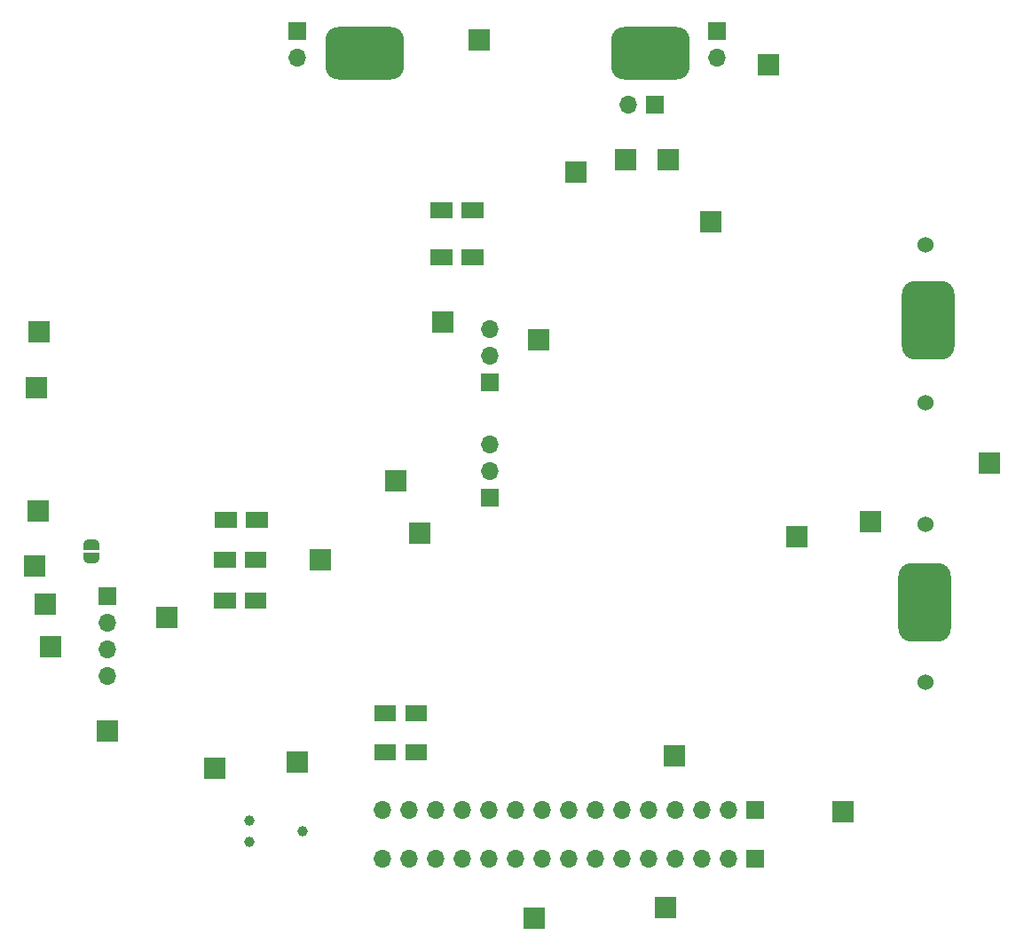
<source format=gbr>
%TF.GenerationSoftware,KiCad,Pcbnew,(6.0.7-1)-1*%
%TF.CreationDate,2022-10-09T23:16:26+02:00*%
%TF.ProjectId,Power_Management_Module,506f7765-725f-44d6-916e-6167656d656e,rev?*%
%TF.SameCoordinates,Original*%
%TF.FileFunction,Soldermask,Bot*%
%TF.FilePolarity,Negative*%
%FSLAX46Y46*%
G04 Gerber Fmt 4.6, Leading zero omitted, Abs format (unit mm)*
G04 Created by KiCad (PCBNEW (6.0.7-1)-1) date 2022-10-09 23:16:26*
%MOMM*%
%LPD*%
G01*
G04 APERTURE LIST*
G04 Aperture macros list*
%AMRoundRect*
0 Rectangle with rounded corners*
0 $1 Rounding radius*
0 $2 $3 $4 $5 $6 $7 $8 $9 X,Y pos of 4 corners*
0 Add a 4 corners polygon primitive as box body*
4,1,4,$2,$3,$4,$5,$6,$7,$8,$9,$2,$3,0*
0 Add four circle primitives for the rounded corners*
1,1,$1+$1,$2,$3*
1,1,$1+$1,$4,$5*
1,1,$1+$1,$6,$7*
1,1,$1+$1,$8,$9*
0 Add four rect primitives between the rounded corners*
20,1,$1+$1,$2,$3,$4,$5,0*
20,1,$1+$1,$4,$5,$6,$7,0*
20,1,$1+$1,$6,$7,$8,$9,0*
20,1,$1+$1,$8,$9,$2,$3,0*%
%AMFreePoly0*
4,1,22,0.500000,-0.750000,0.000000,-0.750000,0.000000,-0.745033,-0.079941,-0.743568,-0.215256,-0.701293,-0.333266,-0.622738,-0.424486,-0.514219,-0.481581,-0.384460,-0.499164,-0.250000,-0.500000,-0.250000,-0.500000,0.250000,-0.499164,0.250000,-0.499963,0.256109,-0.478152,0.396186,-0.417904,0.524511,-0.324060,0.630769,-0.204165,0.706417,-0.067858,0.745374,0.000000,0.744959,0.000000,0.750000,
0.500000,0.750000,0.500000,-0.750000,0.500000,-0.750000,$1*%
%AMFreePoly1*
4,1,20,0.000000,0.744959,0.073905,0.744508,0.209726,0.703889,0.328688,0.626782,0.421226,0.519385,0.479903,0.390333,0.500000,0.250000,0.500000,-0.250000,0.499851,-0.262216,0.476331,-0.402017,0.414519,-0.529596,0.319384,-0.634700,0.198574,-0.708877,0.061801,-0.746166,0.000000,-0.745033,0.000000,-0.750000,-0.500000,-0.750000,-0.500000,0.750000,0.000000,0.750000,0.000000,0.744959,
0.000000,0.744959,$1*%
%AMFreePoly2*
4,1,6,1.000000,0.000000,0.500000,-0.750000,-0.500000,-0.750000,-0.500000,0.750000,0.500000,0.750000,1.000000,0.000000,1.000000,0.000000,$1*%
G04 Aperture macros list end*
%ADD10FreePoly0,270.000000*%
%ADD11FreePoly1,270.000000*%
%ADD12C,0.990600*%
%ADD13R,1.700000X1.700000*%
%ADD14O,1.700000X1.700000*%
%ADD15RoundRect,1.250000X-2.500000X-1.250000X2.500000X-1.250000X2.500000X1.250000X-2.500000X1.250000X0*%
%ADD16RoundRect,1.250000X-1.250000X2.500000X-1.250000X-2.500000X1.250000X-2.500000X1.250000X2.500000X0*%
%ADD17C,1.524000*%
%ADD18R,2.000000X2.000000*%
%ADD19R,1.500000X1.500000*%
%ADD20FreePoly2,0.000000*%
%ADD21FreePoly2,180.000000*%
G04 APERTURE END LIST*
D10*
%TO.C,JP8*%
X108550000Y-100500000D03*
D11*
X108550000Y-101800000D03*
%TD*%
D12*
%TO.C,J3*%
X123610000Y-128866000D03*
X123610000Y-126834000D03*
X128690000Y-127850000D03*
%TD*%
D13*
%TO.C,J8*%
X171857500Y-125817500D03*
D14*
X169317500Y-125817500D03*
X166777500Y-125817500D03*
X164237500Y-125817500D03*
X161697500Y-125817500D03*
X159157500Y-125817500D03*
X156617500Y-125817500D03*
X154077500Y-125817500D03*
X151537500Y-125817500D03*
X148997500Y-125817500D03*
X146457500Y-125817500D03*
X143917500Y-125817500D03*
X141377500Y-125817500D03*
X138837500Y-125817500D03*
X136297500Y-125817500D03*
%TD*%
D13*
%TO.C,J10*%
X146550000Y-96050000D03*
D14*
X146550000Y-93510000D03*
X146550000Y-90970000D03*
%TD*%
D13*
%TO.C,J37*%
X162300000Y-58550000D03*
D14*
X159760000Y-58550000D03*
%TD*%
D13*
%TO.C,J12*%
X128190000Y-51505000D03*
D14*
X128190000Y-54045000D03*
%TD*%
D15*
%TO.C,J1*%
X134590000Y-53655000D03*
%TD*%
%TO.C,J5*%
X161895000Y-53655000D03*
%TD*%
D16*
%TO.C,J2*%
X188350000Y-79100000D03*
%TD*%
D17*
%TO.C,C15*%
X188115000Y-113620000D03*
X188115000Y-98620000D03*
%TD*%
D13*
%TO.C,J11*%
X146550000Y-85050000D03*
D14*
X146550000Y-82510000D03*
X146550000Y-79970000D03*
%TD*%
D13*
%TO.C,J9*%
X168195000Y-51510000D03*
D14*
X168195000Y-54050000D03*
%TD*%
D17*
%TO.C,C14*%
X188115000Y-86950000D03*
X188115000Y-71950000D03*
%TD*%
D13*
%TO.C,J6*%
X110050000Y-105470000D03*
D14*
X110050000Y-108010000D03*
X110050000Y-110550000D03*
X110050000Y-113090000D03*
%TD*%
D16*
%TO.C,J4*%
X188050000Y-106050000D03*
%TD*%
D13*
%TO.C,J7*%
X171857500Y-130467500D03*
D14*
X169317500Y-130467500D03*
X166777500Y-130467500D03*
X164237500Y-130467500D03*
X161697500Y-130467500D03*
X159157500Y-130467500D03*
X156617500Y-130467500D03*
X154077500Y-130467500D03*
X151537500Y-130467500D03*
X148997500Y-130467500D03*
X146457500Y-130467500D03*
X143917500Y-130467500D03*
X141377500Y-130467500D03*
X138837500Y-130467500D03*
X136297500Y-130467500D03*
%TD*%
D18*
%TO.C,TP6*%
X154750000Y-64950000D03*
%TD*%
%TO.C,TP15*%
X139850000Y-99450000D03*
%TD*%
%TO.C,TP25*%
X130350000Y-101950000D03*
%TD*%
%TO.C,TP22*%
X150750000Y-136150000D03*
%TD*%
D19*
%TO.C,JP10*%
X121550000Y-101950000D03*
X123950000Y-101950000D03*
D20*
X120750000Y-101950000D03*
D21*
X124750000Y-101950000D03*
%TD*%
D19*
%TO.C,JP6*%
X136850000Y-120350000D03*
X139250000Y-120350000D03*
D21*
X140050000Y-120350000D03*
D20*
X136050000Y-120350000D03*
%TD*%
D18*
%TO.C,TP18*%
X128150000Y-121250000D03*
%TD*%
%TO.C,TP23*%
X182850000Y-98350000D03*
%TD*%
%TO.C,TP3*%
X103550000Y-80250000D03*
%TD*%
%TO.C,TP14*%
X151250000Y-80950000D03*
%TD*%
%TO.C,TP21*%
X163350000Y-135150000D03*
%TD*%
%TO.C,TP29*%
X115750000Y-107450000D03*
%TD*%
D19*
%TO.C,JP3*%
X142230000Y-68655000D03*
X144630000Y-68655000D03*
D20*
X141430000Y-68655000D03*
D21*
X145430000Y-68655000D03*
%TD*%
D18*
%TO.C,TP27*%
X163600000Y-63800000D03*
%TD*%
D19*
%TO.C,JP9*%
X121550000Y-105850000D03*
X123950000Y-105850000D03*
D20*
X120750000Y-105850000D03*
D21*
X124750000Y-105850000D03*
%TD*%
D19*
%TO.C,JP5*%
X136850000Y-116650000D03*
X139250000Y-116650000D03*
D21*
X140050000Y-116650000D03*
D20*
X136050000Y-116650000D03*
%TD*%
D18*
%TO.C,TP7*%
X103300000Y-85550000D03*
%TD*%
D19*
%TO.C,JP2*%
X144630000Y-73100000D03*
X142230000Y-73100000D03*
D20*
X141430000Y-73100000D03*
D21*
X145430000Y-73100000D03*
%TD*%
D18*
%TO.C,TP8*%
X142050000Y-79250000D03*
%TD*%
%TO.C,TP26*%
X110050000Y-118350000D03*
%TD*%
%TO.C,TP9*%
X103450000Y-97350000D03*
%TD*%
%TO.C,TP13*%
X167650000Y-69750000D03*
%TD*%
%TO.C,TP17*%
X194230000Y-92785000D03*
%TD*%
%TO.C,TP5*%
X104150000Y-106250000D03*
%TD*%
%TO.C,TP12*%
X145550000Y-52350000D03*
%TD*%
%TO.C,TP4*%
X104650000Y-110250000D03*
%TD*%
%TO.C,TP19*%
X164150000Y-120650000D03*
%TD*%
D19*
%TO.C,JP11*%
X124050000Y-98150000D03*
X121650000Y-98150000D03*
D20*
X120850000Y-98150000D03*
D21*
X124850000Y-98150000D03*
%TD*%
D18*
%TO.C,TP11*%
X103150000Y-102550000D03*
%TD*%
%TO.C,TP1*%
X173150000Y-54750000D03*
%TD*%
%TO.C,TP2*%
X137550000Y-94450000D03*
%TD*%
%TO.C,TP28*%
X159550000Y-63800000D03*
%TD*%
%TO.C,TP16*%
X180250000Y-126050000D03*
%TD*%
%TO.C,TP20*%
X120350000Y-121850000D03*
%TD*%
%TO.C,TP24*%
X175850000Y-99750000D03*
%TD*%
M02*

</source>
